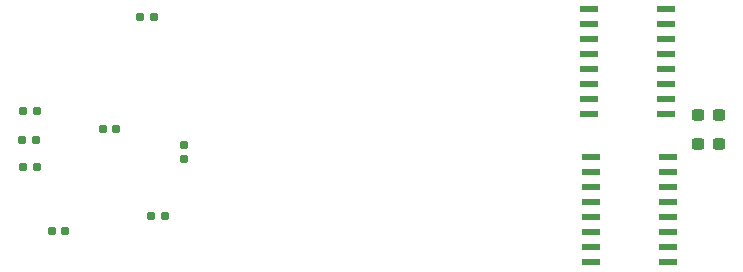
<source format=gbr>
%TF.GenerationSoftware,KiCad,Pcbnew,8.0.2*%
%TF.CreationDate,2024-05-22T10:06:01-07:00*%
%TF.ProjectId,USB_8769M,5553425f-3837-4363-994d-2e6b69636164,rev?*%
%TF.SameCoordinates,Original*%
%TF.FileFunction,Paste,Bot*%
%TF.FilePolarity,Positive*%
%FSLAX46Y46*%
G04 Gerber Fmt 4.6, Leading zero omitted, Abs format (unit mm)*
G04 Created by KiCad (PCBNEW 8.0.2) date 2024-05-22 10:06:01*
%MOMM*%
%LPD*%
G01*
G04 APERTURE LIST*
G04 Aperture macros list*
%AMRoundRect*
0 Rectangle with rounded corners*
0 $1 Rounding radius*
0 $2 $3 $4 $5 $6 $7 $8 $9 X,Y pos of 4 corners*
0 Add a 4 corners polygon primitive as box body*
4,1,4,$2,$3,$4,$5,$6,$7,$8,$9,$2,$3,0*
0 Add four circle primitives for the rounded corners*
1,1,$1+$1,$2,$3*
1,1,$1+$1,$4,$5*
1,1,$1+$1,$6,$7*
1,1,$1+$1,$8,$9*
0 Add four rect primitives between the rounded corners*
20,1,$1+$1,$2,$3,$4,$5,0*
20,1,$1+$1,$4,$5,$6,$7,0*
20,1,$1+$1,$6,$7,$8,$9,0*
20,1,$1+$1,$8,$9,$2,$3,0*%
G04 Aperture macros list end*
%ADD10RoundRect,0.155000X0.212500X0.155000X-0.212500X0.155000X-0.212500X-0.155000X0.212500X-0.155000X0*%
%ADD11RoundRect,0.137500X-0.662500X-0.137500X0.662500X-0.137500X0.662500X0.137500X-0.662500X0.137500X0*%
%ADD12RoundRect,0.160000X0.197500X0.160000X-0.197500X0.160000X-0.197500X-0.160000X0.197500X-0.160000X0*%
%ADD13RoundRect,0.237500X0.300000X0.237500X-0.300000X0.237500X-0.300000X-0.237500X0.300000X-0.237500X0*%
%ADD14RoundRect,0.155000X-0.212500X-0.155000X0.212500X-0.155000X0.212500X0.155000X-0.212500X0.155000X0*%
%ADD15RoundRect,0.155000X-0.155000X0.212500X-0.155000X-0.212500X0.155000X-0.212500X0.155000X0.212500X0*%
G04 APERTURE END LIST*
D10*
%TO.C,C10*%
X118467500Y-109000000D03*
X117332500Y-109000000D03*
%TD*%
D11*
%TO.C,U6*%
X162850000Y-99145000D03*
X162850000Y-97875000D03*
X162850000Y-96605000D03*
X162850000Y-95335000D03*
X162850000Y-94065000D03*
X162850000Y-92795000D03*
X162850000Y-91525000D03*
X162850000Y-90255000D03*
X169350000Y-90255000D03*
X169350000Y-91525000D03*
X169350000Y-92795000D03*
X169350000Y-94065000D03*
X169350000Y-95335000D03*
X169350000Y-96605000D03*
X169350000Y-97875000D03*
X169350000Y-99145000D03*
%TD*%
D12*
%TO.C,R10*%
X126897500Y-107800000D03*
X125702500Y-107800000D03*
%TD*%
%TO.C,R15*%
X115995000Y-101300000D03*
X114800000Y-101300000D03*
%TD*%
D13*
%TO.C,C20*%
X173800000Y-99200000D03*
X172075000Y-99200000D03*
%TD*%
D10*
%TO.C,C6*%
X125967500Y-90900000D03*
X124832500Y-90900000D03*
%TD*%
D11*
%TO.C,U5*%
X163000000Y-111680000D03*
X163000000Y-110410000D03*
X163000000Y-109140000D03*
X163000000Y-107870000D03*
X163000000Y-106600000D03*
X163000000Y-105330000D03*
X163000000Y-104060000D03*
X163000000Y-102790000D03*
X169500000Y-102790000D03*
X169500000Y-104060000D03*
X169500000Y-105330000D03*
X169500000Y-106600000D03*
X169500000Y-107870000D03*
X169500000Y-109140000D03*
X169500000Y-110410000D03*
X169500000Y-111680000D03*
%TD*%
D14*
%TO.C,C17*%
X121665000Y-100400000D03*
X122800000Y-100400000D03*
%TD*%
D12*
%TO.C,R14*%
X116097500Y-98900000D03*
X114902500Y-98900000D03*
%TD*%
D13*
%TO.C,C21*%
X173800000Y-101710000D03*
X172075000Y-101710000D03*
%TD*%
D15*
%TO.C,C13*%
X128500000Y-101765000D03*
X128500000Y-102900000D03*
%TD*%
D12*
%TO.C,R16*%
X116095000Y-103600000D03*
X114900000Y-103600000D03*
%TD*%
M02*

</source>
